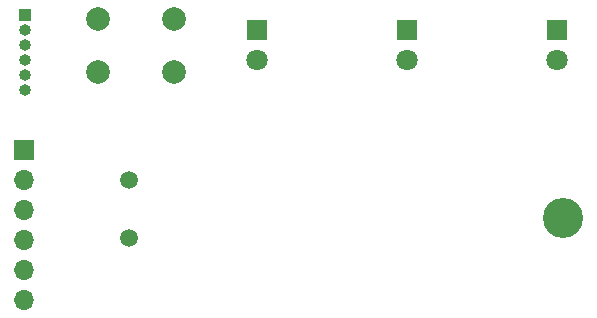
<source format=gbr>
%TF.GenerationSoftware,KiCad,Pcbnew,6.0.9-8da3e8f707~116~ubuntu20.04.1*%
%TF.CreationDate,2022-11-22T17:17:17+01:00*%
%TF.ProjectId,sda_keyboard,7364615f-6b65-4796-926f-6172642e6b69,rev?*%
%TF.SameCoordinates,Original*%
%TF.FileFunction,Soldermask,Bot*%
%TF.FilePolarity,Negative*%
%FSLAX46Y46*%
G04 Gerber Fmt 4.6, Leading zero omitted, Abs format (unit mm)*
G04 Created by KiCad (PCBNEW 6.0.9-8da3e8f707~116~ubuntu20.04.1) date 2022-11-22 17:17:17*
%MOMM*%
%LPD*%
G01*
G04 APERTURE LIST*
%ADD10C,3.400000*%
%ADD11R,1.800000X1.800000*%
%ADD12C,1.800000*%
%ADD13C,1.500000*%
%ADD14C,2.000000*%
%ADD15O,1.000000X1.000000*%
%ADD16R,1.000000X1.000000*%
%ADD17R,1.700000X1.700000*%
%ADD18O,1.700000X1.700000*%
G04 APERTURE END LIST*
D10*
%TO.C,REF\u002A\u002A*%
X163100000Y-83200000D03*
%TD*%
D11*
%TO.C,D3*%
X162560000Y-67310000D03*
D12*
X162560000Y-69850000D03*
%TD*%
D11*
%TO.C,D2*%
X137160000Y-67310000D03*
D12*
X137160000Y-69850000D03*
%TD*%
D11*
%TO.C,D1*%
X149860000Y-67310000D03*
D12*
X149860000Y-69850000D03*
%TD*%
D13*
%TO.C,Y1*%
X126365000Y-84910000D03*
X126365000Y-80010000D03*
%TD*%
D14*
%TO.C,RESET*%
X130175000Y-66330000D03*
X123675000Y-66330000D03*
X130175000Y-70830000D03*
X123675000Y-70830000D03*
%TD*%
D15*
%TO.C,PROG*%
X117500000Y-72390000D03*
X117500000Y-71120000D03*
X117500000Y-69850000D03*
X117500000Y-68580000D03*
X117500000Y-67310000D03*
D16*
X117500000Y-66040000D03*
%TD*%
D17*
%TO.C,Device*%
X117475000Y-77470000D03*
D18*
X117475000Y-80010000D03*
X117475000Y-82550000D03*
X117475000Y-85090000D03*
X117475000Y-87630000D03*
X117475000Y-90170000D03*
%TD*%
M02*

</source>
